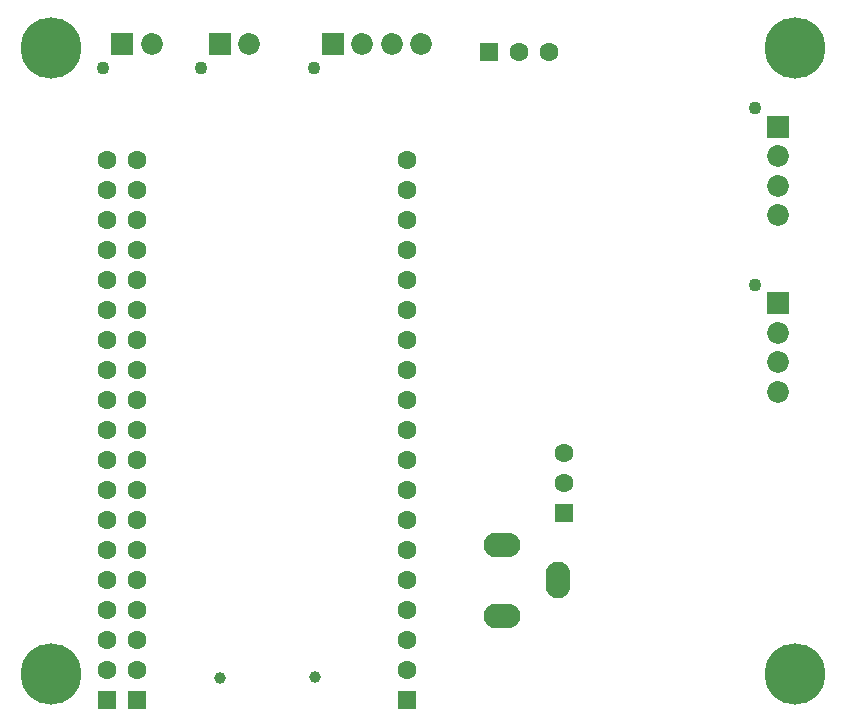
<source format=gbr>
G04 DipTrace 4.1.0.0*
G04 BottomMask.gbr*
%MOIN*%
G04 #@! TF.FileFunction,Soldermask,Bot*
G04 #@! TF.Part,Single*
%ADD54C,0.043307*%
%ADD55C,0.03937*%
%ADD83C,0.203937*%
%ADD89O,0.082677X0.122047*%
%ADD91O,0.122047X0.082677*%
%ADD93C,0.072835*%
%ADD95R,0.072835X0.072835*%
%ADD97C,0.062992*%
%ADD99R,0.062992X0.062992*%
%FSLAX26Y26*%
G04*
G70*
G90*
G75*
G01*
G04 BotMask*
%LPD*%
D99*
X819016Y444016D3*
D97*
Y544016D3*
Y644016D3*
Y744016D3*
Y844016D3*
Y944016D3*
Y1044016D3*
Y1144016D3*
Y1244016D3*
Y1344016D3*
Y1444016D3*
Y1544016D3*
Y1644016D3*
Y1744016D3*
Y1844016D3*
Y1944016D3*
Y2044016D3*
Y2144016D3*
Y2244016D3*
D99*
X719016Y444016D3*
D97*
Y544016D3*
Y644016D3*
Y744016D3*
Y844016D3*
Y944016D3*
Y1044016D3*
Y1144016D3*
Y1244016D3*
Y1344016D3*
Y1444016D3*
Y1544016D3*
Y1644016D3*
Y1744016D3*
Y1844016D3*
Y1944016D3*
Y2044016D3*
Y2144016D3*
Y2244016D3*
D99*
X1719016Y444016D3*
D97*
Y544016D3*
Y644016D3*
Y744016D3*
Y844016D3*
Y944016D3*
Y1044016D3*
Y1144016D3*
Y1244016D3*
Y1344016D3*
Y1444016D3*
Y1544016D3*
Y1644016D3*
Y1744016D3*
Y1844016D3*
Y1944016D3*
Y2044016D3*
Y2144016D3*
Y2244016D3*
D95*
X2956516Y1766654D3*
D93*
Y1668228D3*
Y1569803D3*
Y1471378D3*
D54*
X2877776Y1829646D3*
D95*
X1094803Y2631516D3*
D93*
X1193228D3*
D54*
X1031811Y2552776D3*
D95*
X769803Y2631516D3*
D93*
X868228D3*
D54*
X706811Y2552776D3*
D91*
X2036339Y962126D3*
Y725906D3*
D89*
X2221378Y844016D3*
D95*
X2956516Y2355400D3*
D93*
Y2256975D3*
Y2158550D3*
Y2060125D3*
D54*
X2877776Y2418392D3*
D99*
X2244016Y1069016D3*
D97*
X2244013Y1169016D3*
X2244010Y1269016D3*
D95*
X1471378Y2631516D3*
D93*
X1569803D3*
X1668228D3*
X1766654D3*
D54*
X1408386Y2552776D3*
D99*
X1994016Y2606016D3*
D97*
X2094016D3*
X2194016D3*
D83*
X531811Y531811D3*
Y2618425D3*
X3012126D3*
Y531811D3*
D55*
X1096154Y519793D3*
X1411115Y519799D3*
M02*

</source>
